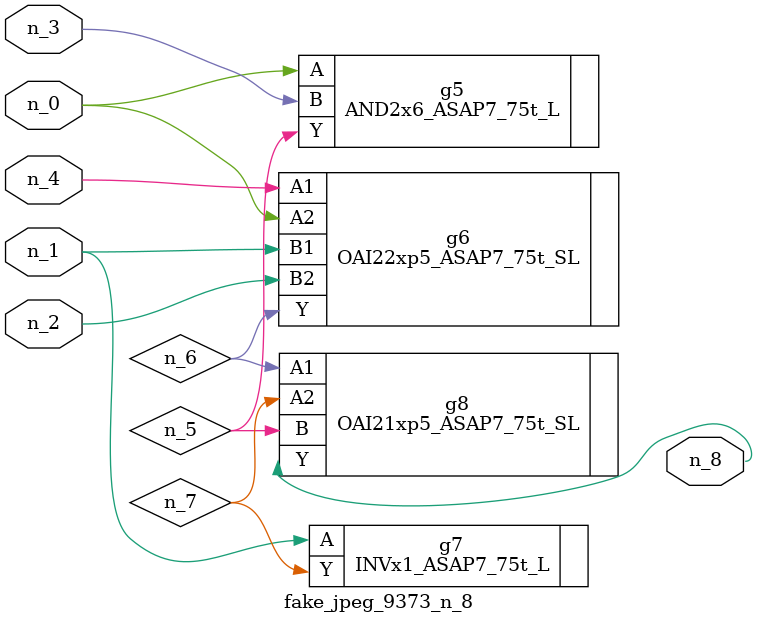
<source format=v>
module fake_jpeg_9373_n_8 (n_3, n_2, n_1, n_0, n_4, n_8);

input n_3;
input n_2;
input n_1;
input n_0;
input n_4;

output n_8;

wire n_6;
wire n_5;
wire n_7;

AND2x6_ASAP7_75t_L g5 ( 
.A(n_0),
.B(n_3),
.Y(n_5)
);

OAI22xp5_ASAP7_75t_SL g6 ( 
.A1(n_4),
.A2(n_0),
.B1(n_1),
.B2(n_2),
.Y(n_6)
);

INVx1_ASAP7_75t_L g7 ( 
.A(n_1),
.Y(n_7)
);

OAI21xp5_ASAP7_75t_SL g8 ( 
.A1(n_6),
.A2(n_7),
.B(n_5),
.Y(n_8)
);


endmodule
</source>
